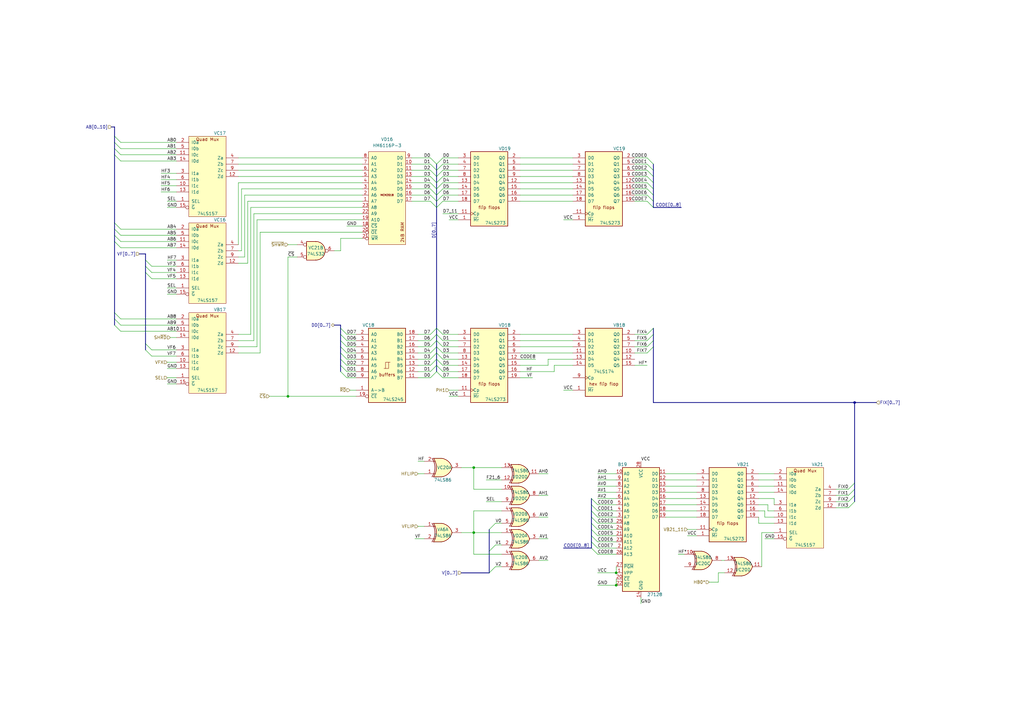
<source format=kicad_sch>
(kicad_sch (version 20231120) (generator "eeschema") (generator_version "8.0")
  (paper "A3")
  (title_block (title "Fixed Character Layer") (date "2024-10-12") (company "JOTEGO") (comment 1 "Jose Tejada"))
  (lib_symbols
    (symbol "Memory_EPROM:27128"
      (property "Reference" "U" (at -7.62 26.67 0))
      (property "Value" "27128" (at 2.54 -26.67 0))
      (symbol "27128_1_1"
        (pin input line (at -10.16 -17.78 0) (length 2.54) (name "VPP") (number "1"))
        (pin input line (at -10.16 22.86 0) (length 2.54) (name "A0") (number "10"))
        (pin tri_state line (at 10.16 22.86 180) (length 2.54) (name "D0") (number "11"))
        (pin tri_state line (at 10.16 20.32 180) (length 2.54) (name "D1") (number "12"))
        (pin tri_state line (at 10.16 17.78 180) (length 2.54) (name "D2") (number "13"))
        (pin power_in line (at 0 -27.94 90) (length 2.54) (name "GND") (number "14"))
        (pin tri_state line (at 10.16 15.24 180) (length 2.54) (name "D3") (number "15"))
        (pin tri_state line (at 10.16 12.7 180) (length 2.54) (name "D4") (number "16"))
        (pin tri_state line (at 10.16 10.16 180) (length 2.54) (name "D5") (number "17"))
        (pin tri_state line (at 10.16 7.62 180) (length 2.54) (name "D6") (number "18"))
        (pin tri_state line (at 10.16 5.08 180) (length 2.54) (name "D7") (number "19"))
        (pin input line (at -10.16 -7.62 0) (length 2.54) (name "A12") (number "2"))
        (pin input line (at -10.16 -20.32 0) (length 2.54) (name "~{CE}") (number "20"))
        (pin input line (at -10.16 -2.54 0) (length 2.54) (name "A10") (number "21"))
        (pin input line (at -10.16 -22.86 0) (length 2.54) (name "~{OE}") (number "22"))
        (pin input line (at -10.16 -5.08 0) (length 2.54) (name "A11") (number "23"))
        (pin input line (at -10.16 0 0) (length 2.54) (name "A9") (number "24"))
        (pin input line (at -10.16 2.54 0) (length 2.54) (name "A8") (number "25"))
        (pin input line (at -10.16 -10.16 0) (length 2.54) (name "A13") (number "26"))
        (pin input line (at -10.16 -15.24 0) (length 2.54) (name "~{PGM}") (number "27"))
        (pin power_in line (at 0 27.94 270) (length 2.54) (name "VCC") (number "28"))
        (pin input line (at -10.16 5.08 0) (length 2.54) (name "A7") (number "3"))
        (pin input line (at -10.16 7.62 0) (length 2.54) (name "A6") (number "4"))
        (pin input line (at -10.16 10.16 0) (length 2.54) (name "A5") (number "5"))
        (pin input line (at -10.16 12.7 0) (length 2.54) (name "A4") (number "6"))
        (pin input line (at -10.16 15.24 0) (length 2.54) (name "A3") (number "7"))
        (pin input line (at -10.16 17.78 0) (length 2.54) (name "A2") (number "8"))
        (pin input line (at -10.16 20.32 0) (length 2.54) (name "A1") (number "9"))
      )
    )
    (symbol "arcade:HM6116P-3" (pin_names (offset 1.016))
      (property "Reference" "U" (at 0 21.59 0))
      (property "Value" "HM6116P-3" (at 1.27 19.05 0))
      (symbol "HM6116P-3_0_0"
        (text "2kB RAM" (at 6.35 -15.24 900) (effects (font (size 1.27 1.27))))
        (text "MCM2018" (at 0 0 0) (effects (font (size 0.762 0.762))))
      )
      (symbol "HM6116P-3_1_1"
        (pin input line (at -10.16 -2.54 0) (length 2.54) (name "A7") (number "1"))
        (pin tri_state line (at 10.16 12.7 180) (length 2.54) (name "D1") (number "10"))
        (pin tri_state line (at 10.16 10.16 180) (length 2.54) (name "D2") (number "11"))
        (pin power_in line (at 0 -20.32 90) (length 5.08) hide (name "VSS") (number "12"))
        (pin tri_state line (at 10.16 7.62 180) (length 2.54) (name "D3") (number "13"))
        (pin tri_state line (at 10.16 5.08 180) (length 2.54) (name "D4") (number "14"))
        (pin tri_state line (at 10.16 2.54 180) (length 2.54) (name "D5") (number "15"))
        (pin tri_state line (at 10.16 0 180) (length 2.54) (name "D6") (number "16"))
        (pin tri_state line (at 10.16 -2.54 180) (length 2.54) (name "D7") (number "17"))
        (pin input inverted (at -10.16 -12.7 0) (length 2.54) (name "~{CS}") (number "18"))
        (pin input line (at -10.16 -10.16 0) (length 2.54) (name "A10") (number "19"))
        (pin input line (at -10.16 0 0) (length 2.54) (name "A6") (number "2"))
        (pin input inverted (at -10.16 -15.24 0) (length 2.54) (name "~{OE}") (number "20"))
        (pin input inverted (at -10.16 -17.78 0) (length 2.54) (name "~{WR}") (number "21"))
        (pin input line (at -10.16 -7.62 0) (length 2.54) (name "A9") (number "22"))
        (pin input line (at -10.16 -5.08 0) (length 2.54) (name "A8") (number "23"))
        (pin power_in line (at 0 17.78 270) (length 5.08) hide (name "VCC") (number "24"))
        (pin input line (at -10.16 2.54 0) (length 2.54) (name "A5") (number "3"))
        (pin input line (at -10.16 5.08 0) (length 2.54) (name "A4") (number "4"))
        (pin input line (at -10.16 7.62 0) (length 2.54) (name "A3") (number "5"))
        (pin input line (at -10.16 10.16 0) (length 2.54) (name "A2") (number "6"))
        (pin input line (at -10.16 12.7 0) (length 2.54) (name "A1") (number "7"))
        (pin input line (at -10.16 15.24 0) (length 2.54) (name "A0") (number "8"))
        (pin tri_state line (at 10.16 15.24 180) (length 2.54) (name "D0") (number "9"))
      )
    )
    (symbol "jt74:74LS157" (pin_names (offset 1.016))
      (property "Reference" "U" (at 5.08 16.51 0))
      (property "Value" "74LS157" (at 0 -16.51 0))
      (symbol "74LS157_0_0"
        (text "Quad Mux" (at 0 13.97 0) (effects (font (size 1.27 1.27))))
      )
      (symbol "74LS157_1_0"
        (pin input line (at -12.7 -11.43 0) (length 5.08) (name "SEL") (number "1"))
        (pin input line (at -12.7 -5.08 0) (length 5.08) (name "I1c") (number "10"))
        (pin input line (at -12.7 7.62 0) (length 5.08) (name "I0c") (number "11"))
        (pin output line (at 12.7 -1.27 180) (length 5.08) (name "Zd") (number "12"))
        (pin input line (at -12.7 -7.62 0) (length 5.08) (name "I1d") (number "13"))
        (pin input line (at -12.7 5.08 0) (length 5.08) (name "I0d") (number "14"))
        (pin input inverted (at -12.7 -13.97 0) (length 5.08) (name "~{G}") (number "15"))
        (pin input line (at -12.7 12.7 0) (length 5.08) (name "I0a") (number "2"))
        (pin input line (at -12.7 0 0) (length 5.08) (name "I1a") (number "3"))
        (pin output line (at 12.7 6.35 180) (length 5.08) (name "Za") (number "4"))
        (pin input line (at -12.7 10.16 0) (length 5.08) (name "I0b") (number "5"))
        (pin input line (at -12.7 -2.54 0) (length 5.08) (name "I1b") (number "6"))
        (pin output line (at 12.7 3.81 180) (length 5.08) (name "Zb") (number "7"))
        (pin output line (at 12.7 1.27 180) (length 5.08) (name "Zc") (number "9"))
      )
    )
    (symbol "jt74:74LS174" (pin_names (offset 1.016))
      (property "Reference" "U" (at 6.35 13.97 0))
      (property "Value" "74LS174" (at 0 -5.08 0))
      (symbol "74LS174_0_0"
        (text "hex flip flop" (at 0 -10.16 0) (effects (font (size 1.27 1.27))))
      )
      (symbol "74LS174_1_0"
        (pin input line (at -12.7 -12.7 0) (length 5.08) (name "~{Mr}") (number "1"))
        (pin output line (at 12.7 2.54 180) (length 5.08) (name "Q3") (number "10"))
        (pin input line (at -12.7 2.54 0) (length 5.08) (name "D3") (number "11"))
        (pin output line (at 12.7 0 180) (length 5.08) (name "Q4") (number "12"))
        (pin input line (at -12.7 0 0) (length 5.08) (name "D4") (number "13"))
        (pin input line (at -12.7 -2.54 0) (length 5.08) (name "D5") (number "14"))
        (pin output line (at 12.7 -2.54 180) (length 5.08) (name "Q5") (number "15"))
        (pin output line (at 12.7 10.16 180) (length 5.08) (name "Q0") (number "2"))
        (pin input line (at -12.7 10.16 0) (length 5.08) (name "D0") (number "3"))
        (pin input line (at -12.7 7.62 0) (length 5.08) (name "D1") (number "4"))
        (pin output line (at 12.7 7.62 180) (length 5.08) (name "Q1") (number "5"))
        (pin input line (at -12.7 5.08 0) (length 5.08) (name "D2") (number "6"))
        (pin output line (at 12.7 5.08 180) (length 5.08) (name "Q2") (number "7"))
        (pin input clock (at -12.7 -7.62 0) (length 5.08) (name "Cp") (number "9"))
      )
      (symbol "74LS174_1_1"
        (pin power_in line (at 0 12.7 270) (length 5.08) hide (name "VCC") (number "16"))
        (pin power_in line (at 0 -15.24 90) (length 5.08) hide (name "VSS") (number "8"))
      )
    )
    (symbol "jt74:74LS245" (pin_names (offset 1.016))
      (property "Reference" "U" (at -7.62 16.51 0))
      (property "Value" "74LS245" (at 2.54 -13.97 0))
      (symbol "74LS245_0_0"
        (text "buffers" (at 0 -3.81 0) (effects (font (size 1.27 1.27))))
      )
      (symbol "74LS245_1_0"
        (pin input line (at -12.7 -10.16 0) (length 5.08) (name "A->B") (number "1"))
        (pin tri_state line (at 12.7 -5.08 180) (length 5.08) (name "B7") (number "11"))
        (pin tri_state line (at 12.7 -2.54 180) (length 5.08) (name "B6") (number "12"))
        (pin tri_state line (at 12.7 0 180) (length 5.08) (name "B5") (number "13"))
        (pin tri_state line (at 12.7 2.54 180) (length 5.08) (name "B4") (number "14"))
        (pin tri_state line (at 12.7 5.08 180) (length 5.08) (name "B3") (number "15"))
        (pin tri_state line (at 12.7 7.62 180) (length 5.08) (name "B2") (number "16"))
        (pin tri_state line (at 12.7 10.16 180) (length 5.08) (name "B1") (number "17"))
        (pin tri_state line (at 12.7 12.7 180) (length 5.08) (name "B0") (number "18"))
        (pin input inverted (at -12.7 -12.7 0) (length 5.08) (name "~{CE}") (number "19"))
        (pin tri_state line (at -12.7 12.7 0) (length 5.08) (name "A0") (number "2"))
        (pin tri_state line (at -12.7 10.16 0) (length 5.08) (name "A1") (number "3"))
        (pin tri_state line (at -12.7 7.62 0) (length 5.08) (name "A2") (number "4"))
        (pin tri_state line (at -12.7 5.08 0) (length 5.08) (name "A3") (number "5"))
        (pin tri_state line (at -12.7 2.54 0) (length 5.08) (name "A4") (number "6"))
        (pin tri_state line (at -12.7 0 0) (length 5.08) (name "A5") (number "7"))
        (pin tri_state line (at -12.7 -2.54 0) (length 5.08) (name "A6") (number "8"))
        (pin tri_state line (at -12.7 -5.08 0) (length 5.08) (name "A7") (number "9"))
      )
    )
    (symbol "jt74:74LS273" (pin_names (offset 1.016))
      (property "Reference" "U" (at 6.35 16.51 0))
      (property "Value" "74LS273" (at 2.54 -13.97 0))
      (symbol "74LS273_0_0"
        (text "flip flops" (at 0 -7.62 0) (effects (font (size 1.27 1.27))))
      )
      (symbol "74LS273_1_0"
        (pin input line (at -12.7 -12.7 0) (length 5.08) (name "~{Mr}") (number "1"))
        (pin input clock (at -12.7 -10.16 0) (length 5.08) (name "Cp") (number "11"))
        (pin output line (at 12.7 2.54 180) (length 5.08) (name "Q4") (number "12"))
        (pin input line (at -12.7 2.54 0) (length 5.08) (name "D4") (number "13"))
        (pin input line (at -12.7 0 0) (length 5.08) (name "D5") (number "14"))
        (pin output line (at 12.7 0 180) (length 5.08) (name "Q5") (number "15"))
        (pin output line (at 12.7 -2.54 180) (length 5.08) (name "Q6") (number "16"))
        (pin input line (at -12.7 -2.54 0) (length 5.08) (name "D6") (number "17"))
        (pin input line (at -12.7 -5.08 0) (length 5.08) (name "D7") (number "18"))
        (pin output line (at 12.7 -5.08 180) (length 5.08) (name "Q7") (number "19"))
        (pin output line (at 12.7 12.7 180) (length 5.08) (name "Q0") (number "2"))
        (pin input line (at -12.7 12.7 0) (length 5.08) (name "D0") (number "3"))
        (pin input line (at -12.7 10.16 0) (length 5.08) (name "D1") (number "4"))
        (pin output line (at 12.7 10.16 180) (length 5.08) (name "Q1") (number "5"))
        (pin output line (at 12.7 7.62 180) (length 5.08) (name "Q2") (number "6"))
        (pin input line (at -12.7 7.62 0) (length 5.08) (name "D2") (number "7"))
        (pin input line (at -12.7 5.08 0) (length 5.08) (name "D3") (number "8"))
        (pin output line (at 12.7 5.08 180) (length 5.08) (name "Q3") (number "9"))
      )
    )
    (symbol "jt74:74LS32" (pin_names (offset 1.016))
      (property "Reference" "U" (at 0 1.27 0))
      (property "Value" "74LS32" (at 0 -1.27 0))
      (symbol "74LS32_1_1"
        (pin input line (at -7.62 2.54 0) (length 4.318) (name "~") (number "1"))
        (pin input line (at -7.62 -2.54 0) (length 4.318) (name "~") (number "2"))
        (pin output line (at 7.62 0 180) (length 3.81) (name "~") (number "3"))
      )
      (symbol "74LS32_1_2"
        (pin input inverted (at -7.62 2.54 0) (length 3.81) (name "~") (number "1"))
        (pin input inverted (at -7.62 -2.54 0) (length 3.81) (name "~") (number "2"))
        (pin output inverted (at 7.62 0 180) (length 3.81) (name "~") (number "3"))
      )
      (symbol "74LS32_2_1"
        (pin input line (at -7.62 2.54 0) (length 4.318) (name "~") (number "4"))
        (pin input line (at -7.62 -2.54 0) (length 4.318) (name "~") (number "5"))
        (pin output line (at 7.62 0 180) (length 3.81) (name "~") (number "6"))
      )
      (symbol "74LS32_2_2"
        (pin input inverted (at -7.62 2.54 0) (length 3.81) (name "~") (number "4"))
        (pin input inverted (at -7.62 -2.54 0) (length 3.81) (name "~") (number "5"))
        (pin output inverted (at 7.62 0 180) (length 3.81) (name "~") (number "6"))
      )
      (symbol "74LS32_3_1"
        (pin input line (at -7.62 -2.54 0) (length 4.318) (name "~") (number "10"))
        (pin output line (at 7.62 0 180) (length 3.81) (name "~") (number "8"))
        (pin input line (at -7.62 2.54 0) (length 4.318) (name "~") (number "9"))
      )
      (symbol "74LS32_3_2"
        (pin input inverted (at -7.62 -2.54 0) (length 3.81) (name "~") (number "10"))
        (pin output inverted (at 7.62 0 180) (length 3.81) (name "~") (number "8"))
        (pin input inverted (at -7.62 2.54 0) (length 3.81) (name "~") (number "9"))
      )
      (symbol "74LS32_4_1"
        (pin output line (at 7.62 0 180) (length 3.81) (name "~") (number "11"))
        (pin input line (at -7.62 2.54 0) (length 4.318) (name "~") (number "12"))
        (pin input line (at -7.62 -2.54 0) (length 4.318) (name "~") (number "13"))
      )
      (symbol "74LS32_4_2"
        (pin output inverted (at 7.62 0 180) (length 3.81) (name "~") (number "11"))
        (pin input inverted (at -7.62 2.54 0) (length 3.81) (name "~") (number "12"))
        (pin input inverted (at -7.62 -2.54 0) (length 3.81) (name "~") (number "13"))
      )
      (symbol "74LS32_5_0"
        (pin power_in line (at 0 7.62 270) (length 5.08) hide (name "VCC") (number "14"))
        (pin power_in line (at 0 -7.62 90) (length 5.08) hide (name "VSS") (number "7"))
      )
    )
    (symbol "jt74:74LS86" (pin_names (offset 1.016))
      (property "Reference" "U" (at 0 1.27 0))
      (property "Value" "74LS86" (at 0 -1.27 0))
      (symbol "74LS86_1_0"
        (pin input line (at -7.62 2.54 0) (length 4.445) (name "~") (number "1"))
        (pin input line (at -7.62 -2.54 0) (length 4.445) (name "~") (number "2"))
        (pin output line (at 7.62 0 180) (length 3.81) (name "~") (number "3"))
      )
      (symbol "74LS86_2_0"
        (pin input line (at -7.62 2.54 0) (length 4.445) (name "~") (number "4"))
        (pin input line (at -7.62 -2.54 0) (length 4.445) (name "~") (number "5"))
        (pin output line (at 7.62 0 180) (length 3.81) (name "~") (number "6"))
      )
      (symbol "74LS86_3_0"
        (pin input line (at -7.62 -2.54 0) (length 4.445) (name "~") (number "10"))
        (pin output line (at 7.62 0 180) (length 3.81) (name "~") (number "8"))
        (pin input line (at -7.62 2.54 0) (length 4.445) (name "~") (number "9"))
      )
      (symbol "74LS86_4_0"
        (pin output line (at 7.62 0 180) (length 3.81) (name "~") (number "11"))
        (pin input line (at -7.62 2.54 0) (length 4.445) (name "~") (number "12"))
        (pin input line (at -7.62 -2.54 0) (length 4.445) (name "~") (number "13"))
      )
      (symbol "74LS86_5_0"
        (pin power_in line (at 0 7.62 270) (length 5.08) hide (name "VCC") (number "14"))
        (pin power_in line (at 0 -7.62 90) (length 5.08) hide (name "VSS") (number "7"))
      )
    )
  )
  (junction (at 118.11 162.56))
  (junction (at 252.73 240.03))
  (junction (at 194.31 218.44))
  (junction (at 252.73 234.95))
  (junction (at 194.31 191.77))
  (junction (at 350.52 165.1))
  (bus_entry (at 265.43 139.7) (size 2.54 -2.54))
  (bus_entry (at 242.57 207.01) (size 2.54 2.54))
  (bus_entry (at 176.53 72.39) (size 2.54 2.54))
  (bus_entry (at 347.98 200.66) (size 2.54 -2.54))
  (bus_entry (at 181.61 74.93) (size -2.54 2.54))
  (bus_entry (at 176.53 152.4) (size 2.54 -2.54))
  (bus_entry (at 181.61 154.94) (size -2.54 -2.54))
  (bus_entry (at 181.61 144.78) (size -2.54 -2.54))
  (bus_entry (at 59.69 111.76) (size 2.54 2.54))
  (bus_entry (at 347.98 203.2) (size 2.54 -2.54))
  (bus_entry (at 46.99 58.42) (size 2.54 2.54))
  (bus_entry (at 46.99 128.27) (size 2.54 2.54))
  (bus_entry (at 181.61 69.85) (size -2.54 2.54))
  (bus_entry (at 200.66 226.06) (size 2.54 -2.54))
  (bus_entry (at 200.66 234.95) (size 2.54 -2.54))
  (bus_entry (at 176.53 139.7) (size 2.54 -2.54))
  (bus_entry (at 265.43 69.85) (size 2.54 2.54))
  (bus_entry (at 265.43 77.47) (size 2.54 2.54))
  (bus_entry (at 176.53 69.85) (size 2.54 2.54))
  (bus_entry (at 139.7 152.4) (size 2.54 2.54))
  (bus_entry (at 59.69 109.22) (size 2.54 2.54))
  (bus_entry (at 176.53 149.86) (size 2.54 -2.54))
  (bus_entry (at 46.99 55.88) (size 2.54 2.54))
  (bus_entry (at 265.43 64.77) (size 2.54 2.54))
  (bus_entry (at 176.53 67.31) (size 2.54 2.54))
  (bus_entry (at 46.99 91.44) (size 2.54 2.54))
  (bus_entry (at 265.43 82.55) (size 2.54 2.54))
  (bus_entry (at 181.61 77.47) (size -2.54 2.54))
  (bus_entry (at 181.61 82.55) (size -2.54 2.54))
  (bus_entry (at 181.61 137.16) (size -2.54 -2.54))
  (bus_entry (at 176.53 147.32) (size 2.54 -2.54))
  (bus_entry (at 242.57 212.09) (size 2.54 2.54))
  (bus_entry (at 181.61 147.32) (size -2.54 -2.54))
  (bus_entry (at 265.43 72.39) (size 2.54 2.54))
  (bus_entry (at 242.57 222.25) (size 2.54 2.54))
  (bus_entry (at 139.7 134.62) (size 2.54 2.54))
  (bus_entry (at 176.53 142.24) (size 2.54 -2.54))
  (bus_entry (at 181.61 80.01) (size -2.54 2.54))
  (bus_entry (at 242.57 209.55) (size 2.54 2.54))
  (bus_entry (at 59.69 106.68) (size 2.54 2.54))
  (bus_entry (at 46.99 63.5) (size 2.54 2.54))
  (bus_entry (at 242.57 224.79) (size 2.54 2.54))
  (bus_entry (at 265.43 80.01) (size 2.54 2.54))
  (bus_entry (at 265.43 67.31) (size 2.54 2.54))
  (bus_entry (at 46.99 130.81) (size 2.54 2.54))
  (bus_entry (at 176.53 154.94) (size 2.54 -2.54))
  (bus_entry (at 176.53 82.55) (size 2.54 2.54))
  (bus_entry (at 46.99 60.96) (size 2.54 2.54))
  (bus_entry (at 176.53 137.16) (size 2.54 -2.54))
  (bus_entry (at 176.53 64.77) (size 2.54 2.54))
  (bus_entry (at 181.61 152.4) (size -2.54 -2.54))
  (bus_entry (at 242.57 214.63) (size 2.54 2.54))
  (bus_entry (at 176.53 80.01) (size 2.54 2.54))
  (bus_entry (at 59.69 143.51) (size 2.54 2.54))
  (bus_entry (at 139.7 142.24) (size 2.54 2.54))
  (bus_entry (at 347.98 208.28) (size 2.54 -2.54))
  (bus_entry (at 265.43 137.16) (size 2.54 -2.54))
  (bus_entry (at 242.57 219.71) (size 2.54 2.54))
  (bus_entry (at 181.61 67.31) (size -2.54 2.54))
  (bus_entry (at 181.61 72.39) (size -2.54 2.54))
  (bus_entry (at 176.53 74.93) (size 2.54 2.54))
  (bus_entry (at 200.66 217.17) (size 2.54 -2.54))
  (bus_entry (at 46.99 93.98) (size 2.54 2.54))
  (bus_entry (at 265.43 142.24) (size 2.54 -2.54))
  (bus_entry (at 176.53 77.47) (size 2.54 2.54))
  (bus_entry (at 46.99 99.06) (size 2.54 2.54))
  (bus_entry (at 347.98 205.74) (size 2.54 -2.54))
  (bus_entry (at 181.61 149.86) (size -2.54 -2.54))
  (bus_entry (at 139.7 139.7) (size 2.54 2.54))
  (bus_entry (at 59.69 140.97) (size 2.54 2.54))
  (bus_entry (at 242.57 204.47) (size 2.54 2.54))
  (bus_entry (at 181.61 139.7) (size -2.54 -2.54))
  (bus_entry (at 181.61 142.24) (size -2.54 -2.54))
  (bus_entry (at 46.99 96.52) (size 2.54 2.54))
  (bus_entry (at 46.99 133.35) (size 2.54 2.54))
  (bus_entry (at 242.57 217.17) (size 2.54 2.54))
  (bus_entry (at 139.7 147.32) (size 2.54 2.54))
  (bus_entry (at 139.7 149.86) (size 2.54 2.54))
  (bus_entry (at 176.53 144.78) (size 2.54 -2.54))
  (bus_entry (at 139.7 144.78) (size 2.54 2.54))
  (bus_entry (at 265.43 74.93) (size 2.54 2.54))
  (bus_entry (at 139.7 137.16) (size 2.54 2.54))
  (bus_entry (at 265.43 144.78) (size 2.54 -2.54))
  (bus_entry (at 181.61 64.77) (size -2.54 2.54))
  (bus (pts (xy 242.57 219.71) (xy 242.57 222.25)))
  (wire (pts (xy 260.35 82.55) (xy 265.43 82.55)))
  (bus (pts (xy 267.97 69.85) (xy 267.97 72.39)))
  (wire (pts (xy 105.41 90.17) (xy 148.59 90.17)))
  (wire (pts (xy 273.05 194.31) (xy 285.75 194.31)))
  (wire (pts (xy 245.11 234.95) (xy 252.73 234.95)))
  (wire (pts (xy 181.61 64.77) (xy 187.96 64.77)))
  (bus (pts (xy 179.07 144.78) (xy 179.07 147.32)))
  (wire (pts (xy 99.06 77.47) (xy 148.59 77.47)))
  (wire (pts (xy 118.11 100.33) (xy 121.92 100.33)))
  (bus (pts (xy 267.97 134.62) (xy 267.97 137.16)))
  (bus (pts (xy 179.07 69.85) (xy 179.07 72.39)))
  (wire (pts (xy 273.05 212.09) (xy 285.75 212.09)))
  (bus (pts (xy 350.52 200.66) (xy 350.52 198.12)))
  (wire (pts (xy 168.91 72.39) (xy 176.53 72.39)))
  (wire (pts (xy 245.11 240.03) (xy 252.73 240.03)))
  (wire (pts (xy 245.11 196.85) (xy 252.73 196.85)))
  (wire (pts (xy 105.41 142.24) (xy 105.41 90.17)))
  (wire (pts (xy 245.11 207.01) (xy 252.73 207.01)))
  (wire (pts (xy 260.35 72.39) (xy 265.43 72.39)))
  (wire (pts (xy 273.05 209.55) (xy 285.75 209.55)))
  (wire (pts (xy 97.79 139.7) (xy 104.14 139.7)))
  (wire (pts (xy 170.18 220.98) (xy 173.99 220.98)))
  (bus (pts (xy 139.7 152.4) (xy 139.7 149.86)))
  (bus (pts (xy 242.57 207.01) (xy 242.57 209.55)))
  (wire (pts (xy 168.91 80.01) (xy 176.53 80.01)))
  (wire (pts (xy 260.35 77.47) (xy 265.43 77.47)))
  (wire (pts (xy 342.9 208.28) (xy 347.98 208.28)))
  (bus (pts (xy 46.99 60.96) (xy 46.99 58.42)))
  (bus (pts (xy 46.99 128.27) (xy 46.99 99.06)))
  (bus (pts (xy 46.99 91.44) (xy 46.99 63.5)))
  (bus (pts (xy 350.52 198.12) (xy 350.52 165.1)))
  (wire (pts (xy 181.61 137.16) (xy 187.96 137.16)))
  (wire (pts (xy 311.15 199.39) (xy 317.5 199.39)))
  (wire (pts (xy 311.15 194.31) (xy 317.5 194.31)))
  (bus (pts (xy 267.97 137.16) (xy 267.97 139.7)))
  (bus (pts (xy 179.07 74.93) (xy 179.07 77.47)))
  (bus (pts (xy 59.69 111.76) (xy 59.69 140.97)))
  (bus (pts (xy 179.07 147.32) (xy 179.07 149.86)))
  (wire (pts (xy 62.23 143.51) (xy 72.39 143.51)))
  (wire (pts (xy 313.69 209.55) (xy 313.69 212.09)))
  (wire (pts (xy 49.53 99.06) (xy 72.39 99.06)))
  (wire (pts (xy 181.61 74.93) (xy 187.96 74.93)))
  (wire (pts (xy 312.42 232.41) (xy 312.42 218.44)))
  (wire (pts (xy 342.9 200.66) (xy 347.98 200.66)))
  (wire (pts (xy 260.35 80.01) (xy 265.43 80.01)))
  (bus (pts (xy 242.57 204.47) (xy 242.57 207.01)))
  (wire (pts (xy 68.58 148.59) (xy 72.39 148.59)))
  (wire (pts (xy 213.36 64.77) (xy 234.95 64.77)))
  (bus (pts (xy 139.7 147.32) (xy 139.7 144.78)))
  (wire (pts (xy 181.61 67.31) (xy 187.96 67.31)))
  (bus (pts (xy 46.99 55.88) (xy 46.99 52.07)))
  (wire (pts (xy 99.06 102.87) (xy 99.06 77.47)))
  (bus (pts (xy 350.52 203.2) (xy 350.52 200.66)))
  (bus (pts (xy 46.99 133.35) (xy 46.99 130.81)))
  (wire (pts (xy 181.61 80.01) (xy 187.96 80.01)))
  (wire (pts (xy 66.04 71.12) (xy 72.39 71.12)))
  (wire (pts (xy 203.2 214.63) (xy 205.74 214.63)))
  (wire (pts (xy 260.35 69.85) (xy 265.43 69.85)))
  (wire (pts (xy 245.11 217.17) (xy 252.73 217.17)))
  (wire (pts (xy 194.31 227.33) (xy 205.74 227.33)))
  (bus (pts (xy 59.69 106.68) (xy 59.69 109.22)))
  (wire (pts (xy 49.53 60.96) (xy 72.39 60.96)))
  (wire (pts (xy 66.04 78.74) (xy 72.39 78.74)))
  (wire (pts (xy 265.43 149.86) (xy 260.35 149.86)))
  (bus (pts (xy 46.99 96.52) (xy 46.99 93.98)))
  (wire (pts (xy 224.79 229.87) (xy 220.98 229.87)))
  (wire (pts (xy 189.23 191.77) (xy 194.31 191.77)))
  (wire (pts (xy 342.9 205.74) (xy 347.98 205.74)))
  (wire (pts (xy 181.61 142.24) (xy 187.96 142.24)))
  (wire (pts (xy 245.11 201.93) (xy 252.73 201.93)))
  (wire (pts (xy 181.61 139.7) (xy 187.96 139.7)))
  (bus (pts (xy 267.97 165.1) (xy 350.52 165.1)))
  (wire (pts (xy 97.79 67.31) (xy 148.59 67.31)))
  (wire (pts (xy 62.23 111.76) (xy 72.39 111.76)))
  (bus (pts (xy 46.99 52.07) (xy 45.72 52.07)))
  (wire (pts (xy 260.35 67.31) (xy 265.43 67.31)))
  (bus (pts (xy 267.97 77.47) (xy 267.97 80.01)))
  (wire (pts (xy 102.87 137.16) (xy 102.87 85.09)))
  (wire (pts (xy 184.15 90.17) (xy 187.96 90.17)))
  (wire (pts (xy 224.79 212.09) (xy 220.98 212.09)))
  (wire (pts (xy 199.39 205.74) (xy 205.74 205.74)))
  (bus (pts (xy 46.99 63.5) (xy 46.99 60.96)))
  (wire (pts (xy 181.61 149.86) (xy 187.96 149.86)))
  (wire (pts (xy 260.35 144.78) (xy 265.43 144.78)))
  (wire (pts (xy 171.45 194.31) (xy 173.99 194.31)))
  (wire (pts (xy 311.15 201.93) (xy 317.5 201.93)))
  (wire (pts (xy 69.85 138.43) (xy 72.39 138.43)))
  (wire (pts (xy 245.11 222.25) (xy 252.73 222.25)))
  (wire (pts (xy 181.61 69.85) (xy 187.96 69.85)))
  (wire (pts (xy 342.9 203.2) (xy 347.98 203.2)))
  (wire (pts (xy 273.05 204.47) (xy 285.75 204.47)))
  (bus (pts (xy 179.07 137.16) (xy 179.07 139.7)))
  (wire (pts (xy 189.23 218.44) (xy 194.31 218.44)))
  (wire (pts (xy 49.53 133.35) (xy 72.39 133.35)))
  (wire (pts (xy 194.31 218.44) (xy 194.31 209.55)))
  (bus (pts (xy 242.57 217.17) (xy 242.57 219.71)))
  (wire (pts (xy 213.36 74.93) (xy 234.95 74.93)))
  (wire (pts (xy 227.33 149.86) (xy 234.95 149.86)))
  (wire (pts (xy 142.24 144.78) (xy 146.05 144.78)))
  (wire (pts (xy 245.11 204.47) (xy 252.73 204.47)))
  (wire (pts (xy 252.73 232.41) (xy 252.73 234.95)))
  (wire (pts (xy 62.23 114.3) (xy 72.39 114.3)))
  (bus (pts (xy 200.66 226.06) (xy 200.66 234.95)))
  (wire (pts (xy 97.79 100.33) (xy 97.79 74.93)))
  (wire (pts (xy 260.35 139.7) (xy 265.43 139.7)))
  (wire (pts (xy 281.94 219.71) (xy 285.75 219.71)))
  (wire (pts (xy 97.79 74.93) (xy 148.59 74.93)))
  (wire (pts (xy 142.24 139.7) (xy 146.05 139.7)))
  (wire (pts (xy 203.2 223.52) (xy 205.74 223.52)))
  (wire (pts (xy 181.61 147.32) (xy 187.96 147.32)))
  (wire (pts (xy 224.79 147.32) (xy 234.95 147.32)))
  (wire (pts (xy 213.36 144.78) (xy 234.95 144.78)))
  (bus (pts (xy 179.07 77.47) (xy 179.07 80.01)))
  (wire (pts (xy 106.68 144.78) (xy 106.68 95.25)))
  (wire (pts (xy 97.79 102.87) (xy 99.06 102.87)))
  (wire (pts (xy 110.49 162.56) (xy 118.11 162.56)))
  (wire (pts (xy 213.36 152.4) (xy 227.33 152.4)))
  (bus (pts (xy 46.99 99.06) (xy 46.99 96.52)))
  (wire (pts (xy 66.04 76.2) (xy 72.39 76.2)))
  (wire (pts (xy 252.73 237.49) (xy 252.73 240.03)))
  (wire (pts (xy 171.45 142.24) (xy 176.53 142.24)))
  (wire (pts (xy 245.11 219.71) (xy 252.73 219.71)))
  (wire (pts (xy 49.53 66.04) (xy 72.39 66.04)))
  (bus (pts (xy 267.97 72.39) (xy 267.97 74.93)))
  (wire (pts (xy 297.18 234.95) (xy 294.64 234.95)))
  (wire (pts (xy 142.24 147.32) (xy 146.05 147.32)))
  (wire (pts (xy 184.15 162.56) (xy 187.96 162.56)))
  (wire (pts (xy 273.05 196.85) (xy 285.75 196.85)))
  (wire (pts (xy 68.58 157.48) (xy 72.39 157.48)))
  (wire (pts (xy 181.61 144.78) (xy 187.96 144.78)))
  (bus (pts (xy 139.7 142.24) (xy 139.7 139.7)))
  (wire (pts (xy 213.36 137.16) (xy 234.95 137.16)))
  (wire (pts (xy 97.79 105.41) (xy 100.33 105.41)))
  (wire (pts (xy 313.69 212.09) (xy 317.5 212.09)))
  (wire (pts (xy 213.36 82.55) (xy 234.95 82.55)))
  (wire (pts (xy 62.23 109.22) (xy 72.39 109.22)))
  (wire (pts (xy 311.15 209.55) (xy 313.69 209.55)))
  (wire (pts (xy 213.36 69.85) (xy 234.95 69.85)))
  (wire (pts (xy 142.24 142.24) (xy 146.05 142.24)))
  (bus (pts (xy 139.7 137.16) (xy 139.7 134.62)))
  (wire (pts (xy 224.79 203.2) (xy 220.98 203.2)))
  (wire (pts (xy 245.11 209.55) (xy 252.73 209.55)))
  (bus (pts (xy 350.52 205.74) (xy 350.52 203.2)))
  (wire (pts (xy 181.61 82.55) (xy 187.96 82.55)))
  (bus (pts (xy 179.07 134.62) (xy 179.07 137.16)))
  (bus (pts (xy 200.66 217.17) (xy 200.66 226.06)))
  (wire (pts (xy 171.45 139.7) (xy 176.53 139.7)))
  (wire (pts (xy 118.11 105.41) (xy 121.92 105.41)))
  (wire (pts (xy 49.53 96.52) (xy 72.39 96.52)))
  (wire (pts (xy 213.36 139.7) (xy 234.95 139.7)))
  (bus (pts (xy 139.7 144.78) (xy 139.7 142.24)))
  (wire (pts (xy 68.58 82.55) (xy 72.39 82.55)))
  (wire (pts (xy 168.91 77.47) (xy 176.53 77.47)))
  (wire (pts (xy 260.35 74.93) (xy 265.43 74.93)))
  (wire (pts (xy 213.36 147.32) (xy 219.71 147.32)))
  (bus (pts (xy 139.7 139.7) (xy 139.7 137.16)))
  (wire (pts (xy 171.45 189.23) (xy 173.99 189.23)))
  (wire (pts (xy 181.61 152.4) (xy 187.96 152.4)))
  (wire (pts (xy 139.7 97.79) (xy 148.59 97.79)))
  (wire (pts (xy 205.74 191.77) (xy 194.31 191.77)))
  (wire (pts (xy 171.45 154.94) (xy 176.53 154.94)))
  (wire (pts (xy 203.2 232.41) (xy 205.74 232.41)))
  (wire (pts (xy 101.6 82.55) (xy 148.59 82.55)))
  (wire (pts (xy 168.91 69.85) (xy 176.53 69.85)))
  (wire (pts (xy 100.33 105.41) (xy 100.33 80.01)))
  (wire (pts (xy 97.79 137.16) (xy 102.87 137.16)))
  (wire (pts (xy 171.45 137.16) (xy 176.53 137.16)))
  (wire (pts (xy 168.91 74.93) (xy 176.53 74.93)))
  (bus (pts (xy 267.97 139.7) (xy 267.97 142.24)))
  (wire (pts (xy 171.45 215.9) (xy 173.99 215.9)))
  (wire (pts (xy 260.35 142.24) (xy 265.43 142.24)))
  (wire (pts (xy 273.05 199.39) (xy 285.75 199.39)))
  (wire (pts (xy 168.91 64.77) (xy 176.53 64.77)))
  (wire (pts (xy 213.36 72.39) (xy 234.95 72.39)))
  (wire (pts (xy 313.69 220.98) (xy 317.5 220.98)))
  (wire (pts (xy 68.58 154.94) (xy 72.39 154.94)))
  (wire (pts (xy 213.36 77.47) (xy 234.95 77.47)))
  (bus (pts (xy 59.69 140.97) (xy 59.69 143.51)))
  (wire (pts (xy 294.64 234.95) (xy 294.64 238.76)))
  (wire (pts (xy 171.45 147.32) (xy 176.53 147.32)))
  (wire (pts (xy 312.42 218.44) (xy 317.5 218.44)))
  (wire (pts (xy 142.24 137.16) (xy 146.05 137.16)))
  (bus (pts (xy 242.57 214.63) (xy 242.57 217.17)))
  (wire (pts (xy 194.31 209.55) (xy 205.74 209.55)))
  (wire (pts (xy 184.15 160.02) (xy 187.96 160.02)))
  (wire (pts (xy 68.58 85.09) (xy 72.39 85.09)))
  (bus (pts (xy 179.07 142.24) (xy 179.07 144.78)))
  (wire (pts (xy 142.24 152.4) (xy 146.05 152.4)))
  (wire (pts (xy 171.45 144.78) (xy 176.53 144.78)))
  (wire (pts (xy 213.36 80.01) (xy 234.95 80.01)))
  (bus (pts (xy 179.07 67.31) (xy 179.07 69.85)))
  (wire (pts (xy 227.33 149.86) (xy 227.33 152.4)))
  (wire (pts (xy 281.94 217.17) (xy 285.75 217.17)))
  (wire (pts (xy 199.39 196.85) (xy 205.74 196.85)))
  (wire (pts (xy 181.61 154.94) (xy 187.96 154.94)))
  (wire (pts (xy 68.58 118.11) (xy 72.39 118.11)))
  (bus (pts (xy 189.23 234.95) (xy 200.66 234.95)))
  (wire (pts (xy 68.58 120.65) (xy 72.39 120.65)))
  (wire (pts (xy 142.24 149.86) (xy 146.05 149.86)))
  (wire (pts (xy 213.36 149.86) (xy 224.79 149.86)))
  (wire (pts (xy 205.74 218.44) (xy 194.31 218.44)))
  (wire (pts (xy 49.53 135.89) (xy 72.39 135.89)))
  (wire (pts (xy 101.6 107.95) (xy 101.6 82.55)))
  (wire (pts (xy 224.79 194.31) (xy 220.98 194.31)))
  (wire (pts (xy 104.14 87.63) (xy 148.59 87.63)))
  (bus (pts (xy 267.97 80.01) (xy 267.97 82.55)))
  (wire (pts (xy 168.91 67.31) (xy 176.53 67.31)))
  (bus (pts (xy 179.07 80.01) (xy 179.07 82.55)))
  (wire (pts (xy 97.79 107.95) (xy 101.6 107.95)))
  (wire (pts (xy 314.96 209.55) (xy 317.5 209.55)))
  (wire (pts (xy 171.45 149.86) (xy 176.53 149.86)))
  (wire (pts (xy 245.11 227.33) (xy 252.73 227.33)))
  (wire (pts (xy 139.7 102.87) (xy 139.7 97.79)))
  (wire (pts (xy 311.15 207.01) (xy 314.96 207.01)))
  (bus (pts (xy 350.52 165.1) (xy 359.41 165.1)))
  (wire (pts (xy 49.53 93.98) (xy 72.39 93.98)))
  (wire (pts (xy 181.61 87.63) (xy 187.96 87.63)))
  (wire (pts (xy 62.23 146.05) (xy 72.39 146.05)))
  (bus (pts (xy 139.7 134.62) (xy 139.7 133.35)))
  (wire (pts (xy 181.61 72.39) (xy 187.96 72.39)))
  (wire (pts (xy 49.53 63.5) (xy 72.39 63.5)))
  (bus (pts (xy 242.57 209.55) (xy 242.57 212.09)))
  (bus (pts (xy 179.07 139.7) (xy 179.07 142.24)))
  (wire (pts (xy 213.36 67.31) (xy 234.95 67.31)))
  (wire (pts (xy 97.79 64.77) (xy 148.59 64.77)))
  (wire (pts (xy 245.11 212.09) (xy 252.73 212.09)))
  (wire (pts (xy 311.15 212.09) (xy 311.15 214.63)))
  (wire (pts (xy 194.31 218.44) (xy 194.31 227.33)))
  (bus (pts (xy 242.57 212.09) (xy 242.57 214.63)))
  (wire (pts (xy 262.89 247.65) (xy 262.89 245.11)))
  (bus (pts (xy 179.07 72.39) (xy 179.07 74.93)))
  (bus (pts (xy 59.69 109.22) (xy 59.69 111.76)))
  (bus (pts (xy 179.07 149.86) (xy 179.07 152.4)))
  (wire (pts (xy 260.35 137.16) (xy 265.43 137.16)))
  (wire (pts (xy 97.79 142.24) (xy 105.41 142.24)))
  (wire (pts (xy 224.79 220.98) (xy 220.98 220.98)))
  (wire (pts (xy 97.79 144.78) (xy 106.68 144.78)))
  (bus (pts (xy 59.69 104.14) (xy 57.15 104.14)))
  (wire (pts (xy 311.15 204.47) (xy 317.5 204.47)))
  (wire (pts (xy 317.5 204.47) (xy 317.5 207.01)))
  (wire (pts (xy 260.35 64.77) (xy 265.43 64.77)))
  (bus (pts (xy 46.99 130.81) (xy 46.99 128.27)))
  (wire (pts (xy 295.91 229.87) (xy 297.18 229.87)))
  (wire (pts (xy 314.96 207.01) (xy 314.96 209.55)))
  (wire (pts (xy 168.91 82.55) (xy 176.53 82.55)))
  (bus (pts (xy 267.97 85.09) (xy 279.4 85.09)))
  (wire (pts (xy 66.04 73.66) (xy 72.39 73.66)))
  (wire (pts (xy 142.24 92.71) (xy 148.59 92.71)))
  (wire (pts (xy 49.53 58.42) (xy 72.39 58.42)))
  (bus (pts (xy 137.16 133.35) (xy 139.7 133.35)))
  (wire (pts (xy 68.58 106.68) (xy 72.39 106.68)))
  (bus (pts (xy 139.7 149.86) (xy 139.7 147.32)))
  (bus (pts (xy 231.14 224.79) (xy 242.57 224.79)))
  (bus (pts (xy 179.07 85.09) (xy 179.07 134.62)))
  (bus (pts (xy 242.57 222.25) (xy 242.57 224.79)))
  (wire (pts (xy 231.14 160.02) (xy 234.95 160.02)))
  (wire (pts (xy 213.36 142.24) (xy 234.95 142.24)))
  (wire (pts (xy 245.11 224.79) (xy 252.73 224.79)))
  (wire (pts (xy 245.11 199.39) (xy 252.73 199.39)))
  (bus (pts (xy 59.69 104.14) (xy 59.69 106.68)))
  (wire (pts (xy 290.83 238.76) (xy 294.64 238.76)))
  (wire (pts (xy 213.36 154.94) (xy 218.44 154.94)))
  (wire (pts (xy 100.33 80.01) (xy 148.59 80.01)))
  (wire (pts (xy 143.51 160.02) (xy 146.05 160.02)))
  (wire (pts (xy 273.05 207.01) (xy 285.75 207.01)))
  (bus (pts (xy 46.99 93.98) (xy 46.99 91.44)))
  (wire (pts (xy 49.53 130.81) (xy 72.39 130.81)))
  (bus (pts (xy 267.97 74.93) (xy 267.97 77.47)))
  (bus (pts (xy 267.97 165.1) (xy 267.97 142.24)))
  (wire (pts (xy 181.61 77.47) (xy 187.96 77.47)))
  (wire (pts (xy 68.58 151.13) (xy 72.39 151.13)))
  (wire (pts (xy 118.11 162.56) (xy 146.05 162.56)))
  (bus (pts (xy 179.07 82.55) (xy 179.07 85.09)))
  (wire (pts (xy 139.7 102.87) (xy 137.16 102.87)))
  (wire (pts (xy 273.05 201.93) (xy 285.75 201.93)))
  (wire (pts (xy 106.68 95.25) (xy 148.59 95.25)))
  (wire (pts (xy 102.87 85.09) (xy 148.59 85.09)))
  (bus (pts (xy 267.97 67.31) (xy 267.97 69.85)))
  (wire (pts (xy 278.13 227.33) (xy 280.67 227.33)))
  (wire (pts (xy 171.45 152.4) (xy 176.53 152.4)))
  (bus (pts (xy 267.97 82.55) (xy 267.97 85.09)))
  (wire (pts (xy 194.31 191.77) (xy 194.31 200.66)))
  (wire (pts (xy 142.24 154.94) (xy 146.05 154.94)))
  (wire (pts (xy 231.14 90.17) (xy 234.95 90.17)))
  (wire (pts (xy 194.31 200.66) (xy 205.74 200.66)))
  (wire (pts (xy 104.14 139.7) (xy 104.14 87.63)))
  (wire (pts (xy 118.11 105.41) (xy 118.11 162.56)))
  (wire (pts (xy 97.79 69.85) (xy 148.59 69.85)))
  (wire (pts (xy 49.53 101.6) (xy 72.39 101.6)))
  (wire (pts (xy 311.15 214.63) (xy 317.5 214.63)))
  (bus (pts (xy 46.99 58.42) (xy 46.99 55.88)))
  (wire (pts (xy 245.11 194.31) (xy 252.73 194.31)))
  (wire (pts (xy 311.15 196.85) (xy 317.5 196.85)))
  (wire (pts (xy 224.79 149.86) (xy 224.79 147.32)))
  (wire (pts (xy 245.11 214.63) (xy 252.73 214.63)))
  (wire (pts (xy 97.79 72.39) (xy 148.59 72.39)))
  (label "D1" (at 176.53 152.4 180))
  (label "D5" (at 176.53 142.24 180))
  (label "HF" (at 218.44 152.4 180))
  (label "CODE5" (at 245.11 219.71 0))
  (label "FIX7" (at 265.43 144.78 180))
  (label "DD5" (at 142.24 142.24 0))
  (label "AB6" (at 68.58 99.06 0))
  (label "D2" (at 176.53 149.86 180))
  (label "FIX0" (at 347.98 200.66 180))
  (label "AH1" (at 224.79 203.2 180))
  (label "CODE6" (at 265.43 80.01 180))
  (label "CODE1" (at 245.11 209.55 0))
  (label "AV2" (at 224.79 229.87 180))
  (label "D0" (at 176.53 64.77 180))
  (label "VCC" (at 231.14 90.17 0))
  (label "D0" (at 176.53 154.94 180))
  (label "DD0" (at 142.24 154.94 0))
  (label "D3" (at 181.61 144.78 0))
  (label "VCC" (at 281.94 219.71 0))
  (label "VCC" (at 184.15 162.56 0))
  (label "SEL" (at 199.39 205.74 0))
  (label "AV2" (at 245.11 204.47 0))
  (label "VF6" (at 68.58 143.51 0))
  (label "D0" (at 181.61 64.77 0))
  (label "HF5" (at 66.04 76.2 0))
  (label "HF4" (at 66.04 73.66 0))
  (label "D3" (at 176.53 72.39 180))
  (label "AB10" (at 68.58 135.89 0))
  (label "GND" (at 142.24 92.71 0))
  (label "VF" (at 218.44 154.94 180))
  (label "CODE8" (at 219.71 147.32 180))
  (label "V2" (at 203.2 232.41 0))
  (label "D1" (at 181.61 139.7 0))
  (label "AB3" (at 68.58 66.04 0))
  (label "CODE0" (at 265.43 64.77 180))
  (label "CODE4" (at 265.43 74.93 180))
  (label "DD7" (at 142.24 137.16 0))
  (label "AV0" (at 224.79 212.09 180))
  (label "DD2" (at 142.24 149.86 0))
  (label "CODE1" (at 265.43 67.31 180))
  (label "GND" (at 313.69 220.98 0))
  (label "VF7" (at 68.58 146.05 0))
  (label "AV1" (at 224.79 220.98 180))
  (label "D7" (at 176.53 82.55 180))
  (label "D7_11" (at 181.61 87.63 0))
  (label "D5" (at 181.61 77.47 0))
  (label "VCC" (at 184.15 90.17 0))
  (label "D4" (at 181.61 147.32 0))
  (label "D7" (at 181.61 154.94 0))
  (label "VF4" (at 68.58 111.76 0))
  (label "AV1" (at 245.11 201.93 0))
  (label "VCC" (at 231.14 160.02 0))
  (label "D3" (at 176.53 147.32 180))
  (label "CODE6" (at 245.11 222.25 0))
  (label "DD3" (at 142.24 147.32 0))
  (label "CODE2" (at 265.43 69.85 180))
  (label "GND" (at 68.58 151.13 0))
  (label "SEL" (at 68.58 118.11 0))
  (label "DD1" (at 142.24 152.4 0))
  (label "D1" (at 176.53 67.31 180))
  (label "CODE3" (at 245.11 214.63 0))
  (label "DD4" (at 142.24 144.78 0))
  (label "HF*" (at 278.13 227.33 0))
  (label "AB2" (at 68.58 63.5 0))
  (label "FIX6" (at 265.43 142.24 180))
  (label "FIX3" (at 347.98 208.28 180))
  (label "DD6" (at 142.24 139.7 0))
  (label "FIX5" (at 265.43 139.7 180))
  (label "CODE4" (at 245.11 217.17 0))
  (label "D6" (at 181.61 80.01 0))
  (label "CODE8" (at 245.11 227.33 0))
  (label "D6" (at 176.53 139.7 180))
  (label "D2" (at 176.53 69.85 180))
  (label "D[0..7]" (at 179.07 97.79 90))
  (label "D5" (at 176.53 77.47 180))
  (label "D4" (at 181.61 74.93 0))
  (label "AH1" (at 245.11 196.85 0))
  (label "D1" (at 181.61 67.31 0))
  (label "GND" (at 262.89 247.65 0))
  (label "CODE[0..8]" (at 279.4 85.09 180))
  (label "V1" (at 203.2 223.52 0))
  (label "D6" (at 181.61 152.4 0))
  (label "VF5" (at 68.58 114.3 0))
  (label "CODE0" (at 245.11 207.01 0))
  (label "GND" (at 68.58 85.09 0))
  (label "AB8" (at 68.58 130.81 0))
  (label "F21_6" (at 199.39 196.85 0))
  (label "VF3" (at 68.58 109.22 0))
  (label "D3" (at 181.61 72.39 0))
  (label "AV0" (at 245.11 199.39 0))
  (label "D4" (at 176.53 74.93 180))
  (label "CODE[0..8]" (at 231.14 224.79 0))
  (label "CODE5" (at 265.43 77.47 180))
  (label "D4" (at 176.53 144.78 180))
  (label "VCC" (at 245.11 234.95 0))
  (label "~{CS}" (at 118.11 105.41 0))
  (label "AB5" (at 68.58 96.52 0))
  (label "CODE7" (at 245.11 224.79 0))
  (label "CODE2" (at 245.11 212.09 0))
  (label "V0" (at 203.2 214.63 0))
  (label "SEL" (at 68.58 82.55 0))
  (label "AB1" (at 68.58 60.96 0))
  (label "GND" (at 68.58 157.48 0))
  (label "HF7" (at 68.58 106.68 0))
  (label "GND" (at 68.58 120.65 0))
  (label "AB4" (at 68.58 93.98 0))
  (label "AB9" (at 68.58 133.35 0))
  (label "D7" (at 176.53 137.16 180))
  (label "FIX2" (at 347.98 205.74 180))
  (label "CODE7" (at 265.43 82.55 180))
  (label "D0" (at 181.61 137.16 0))
  (label "VCC" (at 262.89 189.23 0))
  (label "HF3" (at 66.04 71.12 0))
  (label "D2" (at 181.61 142.24 0))
  (label "FIX1" (at 347.98 203.2 180))
  (label "HF6" (at 66.04 78.74 0))
  (label "D6" (at 176.53 80.01 180))
  (label "FIX4" (at 265.43 137.16 180))
  (label "D5" (at 181.61 149.86 0))
  (label "AH0" (at 224.79 194.31 180))
  (label "CODE3" (at 265.43 72.39 180))
  (label "AB0" (at 68.58 58.42 0))
  (label "D2" (at 181.61 69.85 0))
  (label "VF" (at 170.18 220.98 0))
  (label "HF" (at 171.45 189.23 0))
  (label "GND" (at 245.11 240.03 0))
  (label "AH0" (at 245.11 194.31 0))
  (label "D7" (at 181.61 82.55 0))
  (label "HF*" (at 265.43 149.86 180))
  (label "AB7" (at 68.58 101.6 0))
  (hierarchical_label "PH1" (shape input) (at 184.15 160.02 180))
  (hierarchical_label "VF[0..7]" (shape input) (at 57.15 104.14 180))
  (hierarchical_label "DD[0..7]" (shape bidirectional) (at 137.16 133.35 180))
  (hierarchical_label "~{CS}" (shape input) (at 110.49 162.56 180))
  (hierarchical_label "VFLIP" (shape input) (at 171.45 215.9 180))
  (hierarchical_label "FIX[0..7]" (shape input) (at 359.41 165.1 0))
  (hierarchical_label "HB0*" (shape input) (at 290.83 238.76 180))
  (hierarchical_label "~{SHWR}" (shape input) (at 118.11 100.33 180))
  (hierarchical_label "SEL" (shape input) (at 68.58 154.94 180))
  (hierarchical_label "AB[0..10]" (shape input) (at 45.72 52.07 180))
  (hierarchical_label "HFLIP" (shape input) (at 171.45 194.31 180))
  (hierarchical_label "VFX" (shape input) (at 68.58 148.59 180))
  (hierarchical_label "~{RD}" (shape input) (at 143.51 160.02 180))
  (hierarchical_label "V[0..7]" (shape input) (at 189.23 234.95 180))
  (hierarchical_label "VB21_11" (shape input) (at 281.94 217.17 180))
  (hierarchical_label "SH~{RD}" (shape input) (at 69.85 138.43 180))
  (symbol (lib_id "jt74:74LS245") (at 158.75 149.86 0) (unit 1)
    (property "Reference" "VC18" (at 151.13 133.35 0))
    (property "Value" "74LS245" (at 161.29 163.83 0))
    (property "Datasheet" "http://www.ti.com/lit/gpn/sn74LS245" (effects (hide yes)))
    (property "Description" "Octal BUS Transceivers, 3-State outputs" (effects (hide yes)))
  )
  (symbol (lib_id "jt74:74LS86") (at 213.36 220.98 0) (unit 1)
    (property "Reference" "VD20" (at 213.36 219.71 0))
    (property "Value" "74LS86" (at 213.36 222.25 0))
    (property "Datasheet" "74xx/74ls86.pdf" (effects (hide yes)))
    (property "Description" "Quad 2-input XOR" (effects (hide yes)))
  )
  (symbol (lib_id "jt74:74LS86") (at 213.36 203.2 0) (mirror x) (unit 3)
    (property "Reference" "VD20" (at 213.36 204.47 0))
    (property "Value" "74LS86" (at 213.36 201.93 0))
    (property "Datasheet" "74xx/74ls86.pdf" (effects (hide yes)))
    (property "Description" "Quad 2-input XOR" (effects (hide yes)))
  )
  (symbol (lib_id "Memory_EPROM:27128") (at 262.89 217.17 0) (unit 1)
    (property "Reference" "B19" (at 255.27 190.5 0))
    (property "Value" "27128" (at 265.43 243.84 0) (effects (justify left)))
    (property "Footprint" "Package_DIP:DIP-28_W15.24mm" (effects (hide yes)))
    (property "Datasheet" "http://eeshop.unl.edu/pdf/27128.pdf" (effects (hide yes)))
    (property "Description" "UV Erasable EPROM 128 KiBit, [Obsolete 2000-11]" (effects (hide yes)))
  )
  (symbol (lib_id "jt74:74LS86") (at 304.8 232.41 0) (mirror x) (unit 4)
    (property "Reference" "VC20" (at 304.8 233.68 0))
    (property "Value" "74LS86" (at 304.8 231.14 0))
    (property "Datasheet" "74xx/74ls86.pdf" (effects (hide yes)))
    (property "Description" "Quad 2-input XOR" (effects (hide yes)))
  )
  (symbol (lib_id "jt74:74LS86") (at 288.29 229.87 0) (mirror x) (unit 3)
    (property "Reference" "VC20" (at 288.29 231.14 0))
    (property "Value" "74LS86" (at 288.29 228.6 0))
    (property "Datasheet" "74xx/74ls86.pdf" (effects (hide yes)))
    (property "Description" "Quad 2-input XOR" (effects (hide yes)))
  )
  (symbol (lib_id "jt74:74LS86") (at 213.36 212.09 0) (unit 2)
    (property "Reference" "VD20" (at 213.36 210.82 0))
    (property "Value" "74LS86" (at 213.36 213.36 0))
    (property "Datasheet" "74xx/74ls86.pdf" (effects (hide yes)))
    (property "Description" "Quad 2-input XOR" (effects (hide yes)))
  )
  (symbol (lib_id "jt74:74LS157") (at 330.2 207.01 0) (unit 1)
    (property "Reference" "VA21" (at 335.28 190.5 0))
    (property "Value" "74LS157" (at 330.2 223.52 0))
    (property "Datasheet" "https://www.alldatasheet.com/datasheet-pdf/pdf/27402/TI/74LS157.html" (effects (hide yes)))
    (property "Description" "Quad 2 to 1 line Multiplexer" (effects (hide yes)))
  )
  (symbol (lib_id "jt74:74LS86") (at 181.61 218.44 0) (unit 1)
    (property "Reference" "VA6" (at 181.61 217.17 0))
    (property "Value" "74LS86" (at 181.61 219.71 0))
    (property "Datasheet" "74xx/74ls86.pdf" (effects (hide yes)))
    (property "Description" "Quad 2-input XOR" (effects (hide yes)))
  )
  (symbol (lib_id "jt74:74LS273") (at 200.66 77.47 0) (unit 1)
    (property "Reference" "VD19" (at 207.01 60.96 0))
    (property "Value" "74LS273" (at 203.2 91.44 0))
    (property "Datasheet" "http://www.ti.com/lit/gpn/sn74LS273" (effects (hide yes)))
    (property "Description" "8-bit D Flip-Flop, reset" (effects (hide yes)))
  )
  (symbol (lib_id "jt74:74LS273") (at 298.45 207.01 0) (unit 1)
    (property "Reference" "VB21" (at 304.8 190.5 0))
    (property "Value" "74LS273" (at 300.99 220.98 0))
    (property "Datasheet" "http://www.ti.com/lit/gpn/sn74LS273" (effects (hide yes)))
    (property "Description" "8-bit D Flip-Flop, reset" (effects (hide yes)))
  )
  (symbol (lib_id "jt74:74LS86") (at 213.36 229.87 0) (unit 2)
    (property "Reference" "VC20" (at 213.36 228.6 0))
    (property "Value" "74LS86" (at 213.36 231.14 0))
    (property "Datasheet" "74xx/74ls86.pdf" (effects (hide yes)))
    (property "Description" "Quad 2-input XOR" (effects (hide yes)))
  )
  (symbol (lib_id "jt74:74LS86") (at 181.61 191.77 0) (mirror x) (unit 1)
    (property "Reference" "VC20" (at 182.245 191.77 0))
    (property "Value" "74LS86" (at 181.61 196.85 0))
    (property "Datasheet" "74xx/74ls86.pdf" (effects (hide yes)))
    (property "Description" "Quad 2-input XOR" (effects (hide yes)))
  )
  (symbol (lib_id "jt74:74LS157") (at 85.09 143.51 0) (unit 1)
    (property "Reference" "VB17" (at 90.17 127 0))
    (property "Value" "74LS157" (at 85.09 160.02 0))
    (property "Datasheet" "https://www.alldatasheet.com/datasheet-pdf/pdf/27402/TI/74LS157.html" (effects (hide yes)))
    (property "Description" "Quad 2 to 1 line Multiplexer" (effects (hide yes)))
  )
  (symbol (lib_id "arcade:HM6116P-3") (at 158.75 80.01 0) (unit 1)
    (property "Reference" "VD16" (at 158.75 57.15 0))
    (property "Value" "HM6116P-3" (at 158.75 59.69 0))
    (property "Datasheet" "https://www.alldatasheet.com/datasheet-pdf/pdf/77359/HITACHI/HM6116.html" (effects (hide yes)))
  )
  (symbol (lib_id "jt74:74LS157") (at 85.09 106.68 0) (unit 1)
    (property "Reference" "VC16" (at 90.17 90.17 0))
    (property "Value" "74LS157" (at 85.09 123.19 0))
    (property "Datasheet" "https://www.alldatasheet.com/datasheet-pdf/pdf/27402/TI/74LS157.html" (effects (hide yes)))
    (property "Description" "Quad 2 to 1 line Multiplexer" (effects (hide yes)))
  )
  (symbol (lib_id "jt74:74LS86") (at 213.36 194.31 0) (mirror x) (unit 4)
    (property "Reference" "VD20" (at 213.36 195.58 0))
    (property "Value" "74LS86" (at 213.36 193.04 0))
    (property "Datasheet" "74xx/74ls86.pdf" (effects (hide yes)))
    (property "Description" "Quad 2-input XOR" (effects (hide yes)))
  )
  (symbol (lib_id "jt74:74LS32") (at 129.54 102.87 0) (unit 2) (convert 2)
    (property "Reference" "VC21" (at 129.54 101.6 0))
    (property "Value" "74LS32" (at 129.54 104.14 0))
    (property "Datasheet" "http://www.ti.com/lit/gpn/sn74LS32" (effects (hide yes)))
    (property "Description" "Quad 2-input OR" (effects (hide yes)))
  )
  (symbol (lib_id "jt74:74LS174") (at 247.65 147.32 0) (unit 1)
    (property "Reference" "VB18" (at 254 133.35 0))
    (property "Value" "74LS174" (at 247.65 152.4 0))
    (property "Datasheet" "http://www.ti.com/lit/gpn/sn74LS174" (effects (hide yes)))
    (property "Description" "Hex D-type Flip-Flop, reset" (effects (hide yes)))
  )
  (symbol (lib_id "jt74:74LS157") (at 85.09 71.12 0) (unit 1)
    (property "Reference" "VC17" (at 90.17 54.61 0))
    (property "Value" "74LS157" (at 85.09 87.63 0))
    (property "Datasheet" "https://www.alldatasheet.com/datasheet-pdf/pdf/27402/TI/74LS157.html" (effects (hide yes)))
    (property "Description" "Quad 2 to 1 line Multiplexer" (effects (hide yes)))
  )
  (symbol (lib_id "jt74:74LS273") (at 200.66 149.86 0) (unit 1)
    (property "Reference" "VD18" (at 207.01 133.35 0))
    (property "Value" "74LS273" (at 203.2 163.83 0))
    (property "Datasheet" "http://www.ti.com/lit/gpn/sn74LS273" (effects (hide yes)))
    (property "Description" "8-bit D Flip-Flop, reset" (effects (hide yes)))
  )
  (symbol (lib_id "jt74:74LS273") (at 247.65 77.47 0) (unit 1)
    (property "Reference" "VC19" (at 254 60.96 0))
    (property "Value" "74LS273" (at 250.19 91.44 0))
    (property "Datasheet" "http://www.ti.com/lit/gpn/sn74LS273" (effects (hide yes)))
    (property "Description" "8-bit D Flip-Flop, reset" (effects (hide yes)))
  )
)
</source>
